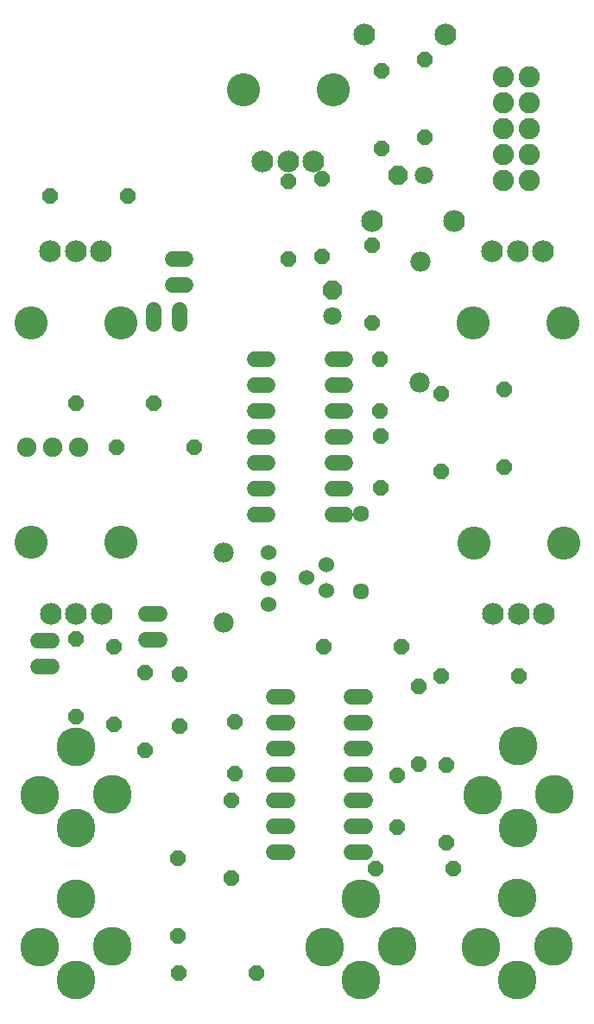
<source format=gbr>
G04 EAGLE Gerber RS-274X export*
G75*
%MOMM*%
%FSLAX34Y34*%
%LPD*%
%INSoldermask Bottom*%
%IPPOS*%
%AMOC8*
5,1,8,0,0,1.08239X$1,22.5*%
G01*
G04 Define Apertures*
%ADD10P,1.64956X8X292.5*%
%ADD11C,1.611200*%
%ADD12C,1.524000*%
%ADD13C,2.082800*%
%ADD14C,1.524000*%
%ADD15P,1.64956X8X112.5*%
%ADD16P,1.64956X8X22.5*%
%ADD17P,1.64956X8X202.5*%
%ADD18C,1.903200*%
%ADD19C,3.251200*%
%ADD20C,2.133600*%
%ADD21P,1.95198X8X112.5*%
%ADD22C,1.803400*%
%ADD23P,1.95198X8X202.5*%
%ADD24C,3.819200*%
%ADD25C,1.981200*%
D10*
X400812Y574802D03*
X400812Y524002D03*
X257556Y294712D03*
X257556Y243912D03*
D11*
X381000Y498602D03*
X381000Y422402D03*
D12*
X385566Y167132D02*
X372358Y167132D01*
X372358Y192532D02*
X385566Y192532D01*
X385566Y319532D02*
X372358Y319532D01*
X309366Y319532D02*
X296158Y319532D01*
X372358Y217932D02*
X385566Y217932D01*
X385566Y243332D02*
X372358Y243332D01*
X372358Y294132D02*
X385566Y294132D01*
X385566Y268732D02*
X372358Y268732D01*
X309366Y294132D02*
X296158Y294132D01*
X296158Y268732D02*
X309366Y268732D01*
X309366Y243332D02*
X296158Y243332D01*
X296158Y217932D02*
X309366Y217932D01*
X309366Y192532D02*
X296158Y192532D01*
X296158Y167132D02*
X309366Y167132D01*
X290062Y650748D02*
X276854Y650748D01*
X276854Y625348D02*
X290062Y625348D01*
X290062Y498348D02*
X276854Y498348D01*
X353054Y498348D02*
X366262Y498348D01*
X290062Y599948D02*
X276854Y599948D01*
X276854Y574548D02*
X290062Y574548D01*
X290062Y523748D02*
X276854Y523748D01*
X276854Y549148D02*
X290062Y549148D01*
X353054Y523748D02*
X366262Y523748D01*
X366262Y549148D02*
X353054Y549148D01*
X353054Y574548D02*
X366262Y574548D01*
X366262Y599948D02*
X353054Y599948D01*
X353054Y625348D02*
X366262Y625348D01*
X366262Y650748D02*
X353054Y650748D01*
D13*
X546100Y927100D03*
X520700Y927100D03*
X546100Y901700D03*
X520700Y901700D03*
X546100Y876300D03*
X520700Y876300D03*
X546100Y850900D03*
X520700Y850900D03*
X546100Y825500D03*
X520700Y825500D03*
D14*
X291084Y410210D03*
X291084Y435610D03*
X291084Y461010D03*
X347218Y448818D03*
X328168Y436118D03*
X347218Y423418D03*
D10*
X402082Y933450D03*
X402082Y857250D03*
D15*
X254000Y141732D03*
X254000Y217932D03*
D10*
X169672Y342646D03*
X169672Y266446D03*
X201748Y161033D03*
X201748Y84833D03*
D16*
X202438Y48514D03*
X278638Y48514D03*
D15*
X521970Y544576D03*
X521970Y620776D03*
X465072Y176278D03*
X465072Y252478D03*
D16*
X460248Y339790D03*
X536448Y339790D03*
D10*
X459740Y616458D03*
X459740Y540258D03*
X438404Y329184D03*
X438404Y252984D03*
D16*
X395478Y150876D03*
X471678Y150876D03*
D15*
X342900Y751332D03*
X342900Y827532D03*
D17*
X152400Y810260D03*
X76200Y810260D03*
D10*
X310134Y824992D03*
X310134Y748792D03*
D16*
X101600Y607314D03*
X177800Y607314D03*
D15*
X138938Y292608D03*
X138938Y368808D03*
X101600Y299974D03*
X101600Y376174D03*
D16*
X141738Y563626D03*
X217938Y563626D03*
D18*
X104394Y564134D03*
X78994Y564134D03*
X53594Y564134D03*
D16*
X345186Y368808D03*
X421386Y368808D03*
D19*
X266134Y914400D03*
D20*
X335134Y844400D03*
X310134Y844400D03*
X285134Y844400D03*
D19*
X354134Y914400D03*
X145600Y685800D03*
D20*
X76600Y755800D03*
X101600Y755800D03*
X126600Y755800D03*
D19*
X57600Y685800D03*
X58108Y470662D03*
D20*
X127108Y400662D03*
X102108Y400662D03*
X77108Y400662D03*
D19*
X146108Y470662D03*
X579178Y685800D03*
D20*
X510178Y755800D03*
X535178Y755800D03*
X560178Y755800D03*
D19*
X491178Y685800D03*
X491940Y470408D03*
D20*
X560940Y400408D03*
X535940Y400408D03*
X510940Y400408D03*
D19*
X579940Y470408D03*
D12*
X209804Y748792D02*
X196596Y748792D01*
X196596Y723392D02*
X209804Y723392D01*
X178054Y698246D02*
X178054Y685038D01*
X203454Y685038D02*
X203454Y698246D01*
X183896Y375412D02*
X170688Y375412D01*
X170688Y400812D02*
X183896Y400812D01*
X78232Y348996D02*
X65024Y348996D01*
X65024Y374396D02*
X78232Y374396D01*
D21*
X353060Y717804D03*
D22*
X353060Y692404D03*
D23*
X418084Y830834D03*
D22*
X443484Y830834D03*
D10*
X417068Y242570D03*
X417068Y191770D03*
X203200Y341630D03*
X203200Y290830D03*
X400304Y650748D03*
X400304Y599948D03*
D20*
X464688Y968502D03*
X384688Y968502D03*
X392726Y786040D03*
X472726Y786040D03*
D24*
X137600Y74440D03*
X101600Y41440D03*
X66600Y73440D03*
X101600Y121440D03*
X137600Y223600D03*
X101600Y190600D03*
X66600Y222600D03*
X101600Y270600D03*
X571432Y223854D03*
X535432Y190854D03*
X500432Y222854D03*
X535432Y270854D03*
X417000Y74440D03*
X381000Y41440D03*
X346000Y73440D03*
X381000Y121440D03*
X570416Y74948D03*
X534416Y41948D03*
X499416Y73948D03*
X534416Y121948D03*
D10*
X443738Y944118D03*
X443738Y867918D03*
X392684Y762254D03*
X392684Y686054D03*
D25*
X439166Y627888D03*
X439420Y745998D03*
X247142Y461010D03*
X246380Y392176D03*
M02*

</source>
